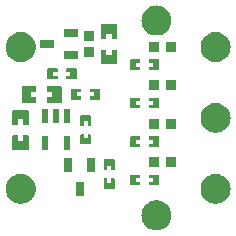
<source format=gbp>
G04 Layer: BottomPasteMaskLayer*
G04 EasyEDA v6.5.40, 2024-02-16 18:51:44*
G04 290100672484455fbf77e1594d57ae63,9a5be75d700b4a6385dc1106f27949ae,10*
G04 Gerber Generator version 0.2*
G04 Scale: 100 percent, Rotated: No, Reflected: No *
G04 Dimensions in millimeters *
G04 leading zeros omitted , absolute positions ,4 integer and 5 decimal *
%FSLAX45Y45*%
%MOMM*%

%AMMACRO1*21,1,$1,$2,0,0,$3*%
%ADD10MACRO1,1.2502X0.7X0.0000*%
%ADD11MACRO1,1.2502X0.7X90.0000*%
%ADD12MACRO1,0.49X1.1572X0.0000*%
%ADD13MACRO1,0.49X1.175X0.0000*%
%ADD14MACRO1,0.8001X0.8999X-90.0000*%
%ADD15MACRO1,0.8001X0.9002X0.0000*%
%ADD16MACRO1,0.8001X0.8999X0.0000*%
%ADD17C,0.0104*%

%LPD*%
G36*
X564489Y-579983D02*
G01*
X559511Y-585012D01*
X559511Y-609193D01*
X596493Y-609193D01*
X596493Y-642213D01*
X559511Y-642213D01*
X559511Y-665022D01*
X564489Y-670001D01*
X644499Y-670001D01*
X649478Y-665022D01*
X649478Y-585012D01*
X644499Y-579983D01*
G37*
G36*
X405485Y-579983D02*
G01*
X400507Y-585012D01*
X400507Y-665022D01*
X405485Y-670001D01*
X484479Y-670001D01*
X489508Y-665022D01*
X489508Y-642213D01*
X451510Y-642213D01*
X451510Y-609193D01*
X489508Y-609193D01*
X489508Y-585012D01*
X484479Y-579983D01*
G37*
G36*
X1264513Y-830021D02*
G01*
X1259484Y-834999D01*
X1259484Y-859180D01*
X1296517Y-859180D01*
X1296517Y-892200D01*
X1259484Y-892200D01*
X1259484Y-915009D01*
X1264513Y-919987D01*
X1344523Y-919987D01*
X1349502Y-915009D01*
X1349502Y-834999D01*
X1344523Y-830021D01*
G37*
G36*
X1105509Y-830021D02*
G01*
X1100480Y-834999D01*
X1100480Y-915009D01*
X1105509Y-919987D01*
X1184503Y-919987D01*
X1189482Y-915009D01*
X1189482Y-892200D01*
X1151483Y-892200D01*
X1151483Y-859180D01*
X1189482Y-859180D01*
X1189482Y-834999D01*
X1184503Y-830021D01*
G37*
G36*
X1264513Y-1154988D02*
G01*
X1259484Y-1160018D01*
X1259484Y-1184198D01*
X1296517Y-1184198D01*
X1296517Y-1217218D01*
X1259484Y-1217218D01*
X1259484Y-1239977D01*
X1264513Y-1245006D01*
X1344523Y-1245006D01*
X1349502Y-1239977D01*
X1349502Y-1160018D01*
X1344523Y-1154988D01*
G37*
G36*
X1105509Y-1154988D02*
G01*
X1100480Y-1160018D01*
X1100480Y-1239977D01*
X1105509Y-1245006D01*
X1184503Y-1245006D01*
X1189482Y-1239977D01*
X1189482Y-1217218D01*
X1151483Y-1217218D01*
X1151483Y-1184198D01*
X1189482Y-1184198D01*
X1189482Y-1160018D01*
X1184503Y-1154988D01*
G37*
G36*
X1264513Y-1480007D02*
G01*
X1259484Y-1484985D01*
X1259484Y-1509217D01*
X1296517Y-1509217D01*
X1296517Y-1542186D01*
X1259484Y-1542186D01*
X1259484Y-1564995D01*
X1264513Y-1569974D01*
X1344523Y-1569974D01*
X1349502Y-1564995D01*
X1349502Y-1484985D01*
X1344523Y-1480007D01*
G37*
G36*
X1105509Y-1480007D02*
G01*
X1100480Y-1484985D01*
X1100480Y-1564995D01*
X1105509Y-1569974D01*
X1184503Y-1569974D01*
X1189482Y-1564995D01*
X1189482Y-1542186D01*
X1151483Y-1542186D01*
X1151483Y-1509217D01*
X1189482Y-1509217D01*
X1189482Y-1484985D01*
X1184503Y-1480007D01*
G37*
G36*
X858977Y-207517D02*
G01*
X853998Y-212496D01*
X853998Y-327507D01*
X858977Y-332486D01*
X900023Y-332994D01*
X900023Y-287985D01*
X944981Y-287985D01*
X944981Y-331978D01*
X986993Y-332486D01*
X991971Y-327507D01*
X991971Y-212496D01*
X986993Y-207517D01*
G37*
G36*
X858977Y-422503D02*
G01*
X853998Y-427482D01*
X853998Y-542493D01*
X858977Y-547522D01*
X986993Y-547522D01*
X991971Y-542493D01*
X991971Y-427482D01*
X986993Y-422503D01*
X944981Y-422503D01*
X944981Y-467004D01*
X900023Y-467004D01*
X900023Y-423011D01*
G37*
G36*
X109016Y-932484D02*
G01*
X103987Y-937514D01*
X103987Y-1052474D01*
X109016Y-1057503D01*
X150012Y-1058011D01*
X150012Y-1013002D01*
X195021Y-1013002D01*
X195021Y-1056995D01*
X236982Y-1057503D01*
X242011Y-1052474D01*
X242011Y-937514D01*
X236982Y-932484D01*
G37*
G36*
X109016Y-1147521D02*
G01*
X103987Y-1152499D01*
X103987Y-1267510D01*
X109016Y-1272489D01*
X236982Y-1272489D01*
X242011Y-1267510D01*
X242011Y-1152499D01*
X236982Y-1147521D01*
X195021Y-1147521D01*
X195021Y-1192022D01*
X150012Y-1192022D01*
X150012Y-1147978D01*
G37*
G36*
X187502Y-732993D02*
G01*
X182473Y-738022D01*
X182473Y-865987D01*
X187502Y-871016D01*
X302514Y-871016D01*
X307492Y-865987D01*
X308000Y-824992D01*
X262991Y-824992D01*
X262991Y-779983D01*
X306984Y-779983D01*
X307492Y-738022D01*
X302514Y-732993D01*
G37*
G36*
X402488Y-732993D02*
G01*
X397510Y-738022D01*
X397510Y-779983D01*
X442010Y-779983D01*
X442010Y-824992D01*
X398018Y-824992D01*
X397510Y-865987D01*
X402488Y-871016D01*
X517499Y-871016D01*
X522478Y-865987D01*
X522478Y-738022D01*
X517499Y-732993D01*
G37*
G36*
X1264513Y-505002D02*
G01*
X1259484Y-509981D01*
X1259484Y-534212D01*
X1296517Y-534212D01*
X1296517Y-567182D01*
X1259484Y-567182D01*
X1259484Y-589991D01*
X1264513Y-595020D01*
X1344523Y-595020D01*
X1349502Y-589991D01*
X1349502Y-509981D01*
X1344523Y-505002D01*
G37*
G36*
X1105509Y-505002D02*
G01*
X1100480Y-509981D01*
X1100480Y-589991D01*
X1105509Y-595020D01*
X1184503Y-595020D01*
X1189482Y-589991D01*
X1189482Y-567182D01*
X1151483Y-567182D01*
X1151483Y-534212D01*
X1189482Y-534212D01*
X1189482Y-509981D01*
X1184503Y-505002D01*
G37*
G36*
X884986Y-1350518D02*
G01*
X880008Y-1355496D01*
X880008Y-1435506D01*
X884986Y-1440484D01*
X909218Y-1440484D01*
X909218Y-1403502D01*
X942187Y-1403502D01*
X942187Y-1440484D01*
X964996Y-1440484D01*
X969975Y-1435506D01*
X969975Y-1355496D01*
X964996Y-1350518D01*
G37*
G36*
X884986Y-1510487D02*
G01*
X880008Y-1515516D01*
X880008Y-1594510D01*
X884986Y-1599488D01*
X964996Y-1599488D01*
X969975Y-1594510D01*
X969975Y-1515516D01*
X964996Y-1510487D01*
X942187Y-1510487D01*
X942187Y-1548485D01*
X909218Y-1548485D01*
X909218Y-1510487D01*
G37*
G36*
X684987Y-975512D02*
G01*
X680008Y-980490D01*
X680008Y-1060500D01*
X684987Y-1065479D01*
X709218Y-1065479D01*
X709218Y-1028496D01*
X742188Y-1028496D01*
X742188Y-1065479D01*
X764997Y-1065479D01*
X769975Y-1060500D01*
X769975Y-980490D01*
X764997Y-975512D01*
G37*
G36*
X684987Y-1135481D02*
G01*
X680008Y-1140510D01*
X680008Y-1219504D01*
X684987Y-1224483D01*
X764997Y-1224483D01*
X769975Y-1219504D01*
X769975Y-1140510D01*
X764997Y-1135481D01*
X742188Y-1135481D01*
X742188Y-1173480D01*
X709218Y-1173480D01*
X709218Y-1135481D01*
G37*
G36*
X764489Y-754989D02*
G01*
X759510Y-760018D01*
X759510Y-784199D01*
X796493Y-784199D01*
X796493Y-817219D01*
X759510Y-817219D01*
X759510Y-839978D01*
X764489Y-845007D01*
X844499Y-845007D01*
X849477Y-839978D01*
X849477Y-760018D01*
X844499Y-754989D01*
G37*
G36*
X605485Y-754989D02*
G01*
X600506Y-760018D01*
X600506Y-839978D01*
X605485Y-845007D01*
X684479Y-845007D01*
X689508Y-839978D01*
X689508Y-817219D01*
X651510Y-817219D01*
X651510Y-784199D01*
X689508Y-784199D01*
X689508Y-760018D01*
X684479Y-754989D01*
G37*
G36*
X1824989Y-272999D02*
G01*
X1809673Y-273913D01*
X1794586Y-276682D01*
X1779955Y-281254D01*
X1765960Y-287553D01*
X1752854Y-295478D01*
X1740763Y-304927D01*
X1729917Y-315772D01*
X1720469Y-327863D01*
X1712544Y-340969D01*
X1706245Y-354964D01*
X1701672Y-369595D01*
X1698904Y-384682D01*
X1697989Y-399999D01*
X1698904Y-415315D01*
X1701672Y-430403D01*
X1706245Y-445033D01*
X1712544Y-459028D01*
X1720469Y-472135D01*
X1729917Y-484225D01*
X1740763Y-495071D01*
X1752854Y-504520D01*
X1765960Y-512445D01*
X1779955Y-518744D01*
X1794586Y-523316D01*
X1809673Y-526084D01*
X1824989Y-526999D01*
X1840306Y-526084D01*
X1855393Y-523316D01*
X1870024Y-518744D01*
X1884019Y-512445D01*
X1897126Y-504520D01*
X1909216Y-495071D01*
X1920062Y-484225D01*
X1929511Y-472135D01*
X1937435Y-459028D01*
X1943734Y-445033D01*
X1948306Y-430403D01*
X1951075Y-415315D01*
X1951990Y-399999D01*
X1951075Y-384682D01*
X1948306Y-369595D01*
X1943734Y-354964D01*
X1937435Y-340969D01*
X1929511Y-327863D01*
X1920062Y-315772D01*
X1909216Y-304927D01*
X1897126Y-295478D01*
X1884019Y-287553D01*
X1870024Y-281254D01*
X1855393Y-276682D01*
X1840306Y-273913D01*
X1824989Y-272999D01*
G37*
G36*
X1824989Y-872997D02*
G01*
X1809673Y-873912D01*
X1794586Y-876680D01*
X1779955Y-881253D01*
X1765960Y-887552D01*
X1752854Y-895477D01*
X1740763Y-904925D01*
X1729917Y-915771D01*
X1720469Y-927862D01*
X1712544Y-940968D01*
X1706245Y-954963D01*
X1701672Y-969594D01*
X1698904Y-984681D01*
X1697989Y-999997D01*
X1698904Y-1015314D01*
X1701672Y-1030401D01*
X1706245Y-1045032D01*
X1712544Y-1059027D01*
X1720469Y-1072134D01*
X1729917Y-1084224D01*
X1740763Y-1095070D01*
X1752854Y-1104519D01*
X1765960Y-1112443D01*
X1779955Y-1118743D01*
X1794586Y-1123314D01*
X1809673Y-1126083D01*
X1824989Y-1126997D01*
X1840306Y-1126083D01*
X1855393Y-1123314D01*
X1870024Y-1118743D01*
X1884019Y-1112443D01*
X1897126Y-1104519D01*
X1909216Y-1095070D01*
X1920062Y-1084224D01*
X1929511Y-1072134D01*
X1937435Y-1059027D01*
X1943734Y-1045032D01*
X1948306Y-1030401D01*
X1951075Y-1015314D01*
X1951990Y-999997D01*
X1951075Y-984681D01*
X1948306Y-969594D01*
X1943734Y-954963D01*
X1937435Y-940968D01*
X1929511Y-927862D01*
X1920062Y-915771D01*
X1909216Y-904925D01*
X1897126Y-895477D01*
X1884019Y-887552D01*
X1870024Y-881253D01*
X1855393Y-876680D01*
X1840306Y-873912D01*
X1824989Y-872997D01*
G37*
G36*
X1824989Y-1472996D02*
G01*
X1809673Y-1473911D01*
X1794586Y-1476679D01*
X1779955Y-1481251D01*
X1765960Y-1487551D01*
X1752854Y-1495475D01*
X1740763Y-1504924D01*
X1729917Y-1515770D01*
X1720469Y-1527860D01*
X1712544Y-1540967D01*
X1706245Y-1554962D01*
X1701672Y-1569593D01*
X1698904Y-1584680D01*
X1697989Y-1599996D01*
X1698904Y-1615312D01*
X1701672Y-1630400D01*
X1706245Y-1645030D01*
X1712544Y-1659026D01*
X1720469Y-1672132D01*
X1729917Y-1684223D01*
X1740763Y-1695069D01*
X1752854Y-1704517D01*
X1765960Y-1712442D01*
X1779955Y-1718741D01*
X1794586Y-1723313D01*
X1809673Y-1726082D01*
X1824989Y-1726996D01*
X1840306Y-1726082D01*
X1855393Y-1723313D01*
X1870024Y-1718741D01*
X1884019Y-1712442D01*
X1897126Y-1704517D01*
X1909216Y-1695069D01*
X1920062Y-1684223D01*
X1929511Y-1672132D01*
X1937435Y-1659026D01*
X1943734Y-1645030D01*
X1948306Y-1630400D01*
X1951075Y-1615312D01*
X1951990Y-1599996D01*
X1951075Y-1584680D01*
X1948306Y-1569593D01*
X1943734Y-1554962D01*
X1937435Y-1540967D01*
X1929511Y-1527860D01*
X1920062Y-1515770D01*
X1909216Y-1504924D01*
X1897126Y-1495475D01*
X1884019Y-1487551D01*
X1870024Y-1481251D01*
X1855393Y-1476679D01*
X1840306Y-1473911D01*
X1824989Y-1472996D01*
G37*
G36*
X1324990Y-1697989D02*
G01*
X1309674Y-1698904D01*
X1294587Y-1701672D01*
X1279956Y-1706245D01*
X1265961Y-1712544D01*
X1252854Y-1720469D01*
X1240764Y-1729917D01*
X1229918Y-1740763D01*
X1220470Y-1752854D01*
X1212545Y-1765960D01*
X1206245Y-1779955D01*
X1201673Y-1794586D01*
X1198905Y-1809673D01*
X1197990Y-1824989D01*
X1198905Y-1840306D01*
X1201673Y-1855393D01*
X1206245Y-1870024D01*
X1212545Y-1884019D01*
X1220470Y-1897126D01*
X1229918Y-1909216D01*
X1240764Y-1920062D01*
X1252854Y-1929511D01*
X1265961Y-1937435D01*
X1279956Y-1943735D01*
X1294587Y-1948306D01*
X1309674Y-1951075D01*
X1324990Y-1951989D01*
X1340307Y-1951075D01*
X1355394Y-1948306D01*
X1370025Y-1943735D01*
X1384020Y-1937435D01*
X1397127Y-1929511D01*
X1409217Y-1920062D01*
X1420063Y-1909216D01*
X1429512Y-1897126D01*
X1437436Y-1884019D01*
X1443736Y-1870024D01*
X1448307Y-1855393D01*
X1451076Y-1840306D01*
X1451990Y-1824989D01*
X1451076Y-1809673D01*
X1448307Y-1794586D01*
X1443736Y-1779955D01*
X1437436Y-1765960D01*
X1429512Y-1752854D01*
X1420063Y-1740763D01*
X1409217Y-1729917D01*
X1397127Y-1720469D01*
X1384020Y-1712544D01*
X1370025Y-1706245D01*
X1355394Y-1701672D01*
X1340307Y-1698904D01*
X1324990Y-1697989D01*
G37*
G36*
X1451990Y-175005D02*
G01*
X1451076Y-159689D01*
X1448307Y-144602D01*
X1443736Y-129971D01*
X1437436Y-115976D01*
X1429512Y-102870D01*
X1420063Y-90779D01*
X1409217Y-79933D01*
X1397127Y-70485D01*
X1384020Y-62560D01*
X1370025Y-56261D01*
X1355394Y-51688D01*
X1340307Y-48920D01*
X1324990Y-48005D01*
X1309674Y-48920D01*
X1294587Y-51688D01*
X1279956Y-56261D01*
X1265961Y-62560D01*
X1252854Y-70485D01*
X1240764Y-79933D01*
X1229918Y-90779D01*
X1220470Y-102870D01*
X1212545Y-115976D01*
X1206245Y-129971D01*
X1201673Y-144602D01*
X1198905Y-159689D01*
X1197990Y-175005D01*
X1198905Y-190322D01*
X1201673Y-205409D01*
X1206245Y-220040D01*
X1212545Y-234035D01*
X1220470Y-247142D01*
X1229918Y-259232D01*
X1240764Y-270078D01*
X1252854Y-279527D01*
X1265961Y-287451D01*
X1279956Y-293751D01*
X1294587Y-298322D01*
X1309674Y-301091D01*
X1324990Y-302005D01*
X1340307Y-301091D01*
X1355394Y-298322D01*
X1370025Y-293751D01*
X1384020Y-287451D01*
X1397127Y-279527D01*
X1409217Y-270078D01*
X1420063Y-259232D01*
X1429512Y-247142D01*
X1437436Y-234035D01*
X1443736Y-220040D01*
X1448307Y-205409D01*
X1451076Y-190322D01*
X1451990Y-175005D01*
G37*
G36*
X302005Y-1599996D02*
G01*
X301091Y-1584680D01*
X298322Y-1569593D01*
X293751Y-1554962D01*
X287451Y-1540967D01*
X279527Y-1527860D01*
X270078Y-1515770D01*
X259232Y-1504924D01*
X247142Y-1495475D01*
X234035Y-1487551D01*
X220040Y-1481251D01*
X205409Y-1476679D01*
X190322Y-1473911D01*
X175005Y-1472996D01*
X159689Y-1473911D01*
X144602Y-1476679D01*
X129971Y-1481251D01*
X115976Y-1487551D01*
X102870Y-1495475D01*
X90779Y-1504924D01*
X79933Y-1515770D01*
X70485Y-1527860D01*
X62560Y-1540967D01*
X56261Y-1554962D01*
X51688Y-1569593D01*
X48920Y-1584680D01*
X48005Y-1599996D01*
X48920Y-1615312D01*
X51688Y-1630400D01*
X56261Y-1645030D01*
X62560Y-1659026D01*
X70485Y-1672132D01*
X79933Y-1684223D01*
X90779Y-1695069D01*
X102870Y-1704517D01*
X115976Y-1712442D01*
X129971Y-1718741D01*
X144602Y-1723313D01*
X159689Y-1726082D01*
X175005Y-1726996D01*
X190322Y-1726082D01*
X205409Y-1723313D01*
X220040Y-1718741D01*
X234035Y-1712442D01*
X247142Y-1704517D01*
X259232Y-1695069D01*
X270078Y-1684223D01*
X279527Y-1672132D01*
X287451Y-1659026D01*
X293751Y-1645030D01*
X298322Y-1630400D01*
X301091Y-1615312D01*
X302005Y-1599996D01*
G37*
G36*
X302005Y-399999D02*
G01*
X301091Y-384682D01*
X298322Y-369595D01*
X293751Y-354964D01*
X287451Y-340969D01*
X279527Y-327863D01*
X270078Y-315772D01*
X259232Y-304927D01*
X247142Y-295478D01*
X234035Y-287553D01*
X220040Y-281254D01*
X205409Y-276682D01*
X190322Y-273913D01*
X175005Y-272999D01*
X159689Y-273913D01*
X144602Y-276682D01*
X129971Y-281254D01*
X115976Y-287553D01*
X102870Y-295478D01*
X90779Y-304927D01*
X79933Y-315772D01*
X70485Y-327863D01*
X62560Y-340969D01*
X56261Y-354964D01*
X51688Y-369595D01*
X48920Y-384682D01*
X48005Y-399999D01*
X48920Y-415315D01*
X51688Y-430403D01*
X56261Y-445033D01*
X62560Y-459028D01*
X70485Y-472135D01*
X79933Y-484225D01*
X90779Y-495071D01*
X102870Y-504520D01*
X115976Y-512445D01*
X129971Y-518744D01*
X144602Y-523316D01*
X159689Y-526084D01*
X175005Y-526999D01*
X190322Y-526084D01*
X205409Y-523316D01*
X220040Y-518744D01*
X234035Y-512445D01*
X247142Y-504520D01*
X259232Y-495071D01*
X270078Y-484225D01*
X279527Y-472135D01*
X287451Y-459028D01*
X293751Y-445033D01*
X298322Y-430403D01*
X301091Y-415315D01*
X302005Y-399999D01*
G37*
D10*
G01*
X599998Y-280009D03*
G01*
X599998Y-470001D03*
G01*
X399999Y-375005D03*
D11*
G01*
X580009Y-1399997D03*
G01*
X770001Y-1399997D03*
G01*
X675005Y-1599996D03*
D12*
G01*
X379996Y-984631D03*
G01*
X474992Y-984631D03*
G01*
X569988Y-984631D03*
D13*
G01*
X569988Y-1215364D03*
G01*
X379996Y-1215364D03*
D14*
G01*
X749998Y-445007D03*
G01*
X749998Y-305003D03*
D15*
G01*
X1305001Y-399999D03*
G01*
X1445006Y-399999D03*
D16*
G01*
X1305001Y-725004D03*
G01*
X1445006Y-725004D03*
G01*
X1305001Y-1049997D03*
G01*
X1445006Y-1049997D03*
D15*
G01*
X1305001Y-1375003D03*
G01*
X1445006Y-1375003D03*
M02*

</source>
